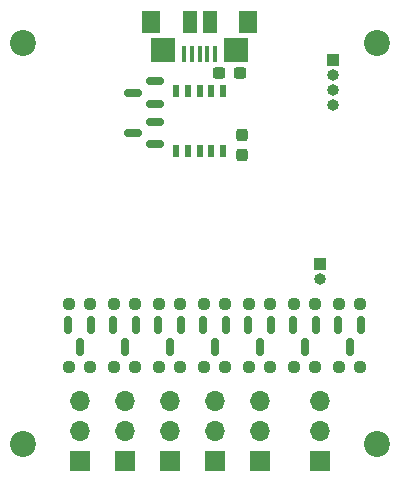
<source format=gbs>
G04 #@! TF.GenerationSoftware,KiCad,Pcbnew,(6.0.1)*
G04 #@! TF.CreationDate,2022-07-28T15:49:31+09:00*
G04 #@! TF.ProjectId,Fc_stm32,46635f73-746d-4333-922e-6b696361645f,rev?*
G04 #@! TF.SameCoordinates,Original*
G04 #@! TF.FileFunction,Soldermask,Bot*
G04 #@! TF.FilePolarity,Negative*
%FSLAX46Y46*%
G04 Gerber Fmt 4.6, Leading zero omitted, Abs format (unit mm)*
G04 Created by KiCad (PCBNEW (6.0.1)) date 2022-07-28 15:49:31*
%MOMM*%
%LPD*%
G01*
G04 APERTURE LIST*
G04 Aperture macros list*
%AMRoundRect*
0 Rectangle with rounded corners*
0 $1 Rounding radius*
0 $2 $3 $4 $5 $6 $7 $8 $9 X,Y pos of 4 corners*
0 Add a 4 corners polygon primitive as box body*
4,1,4,$2,$3,$4,$5,$6,$7,$8,$9,$2,$3,0*
0 Add four circle primitives for the rounded corners*
1,1,$1+$1,$2,$3*
1,1,$1+$1,$4,$5*
1,1,$1+$1,$6,$7*
1,1,$1+$1,$8,$9*
0 Add four rect primitives between the rounded corners*
20,1,$1+$1,$2,$3,$4,$5,0*
20,1,$1+$1,$4,$5,$6,$7,0*
20,1,$1+$1,$6,$7,$8,$9,0*
20,1,$1+$1,$8,$9,$2,$3,0*%
G04 Aperture macros list end*
%ADD10R,1.700000X1.700000*%
%ADD11O,1.700000X1.700000*%
%ADD12R,1.000000X1.000000*%
%ADD13O,1.000000X1.000000*%
%ADD14C,2.200000*%
%ADD15RoundRect,0.237500X0.250000X0.237500X-0.250000X0.237500X-0.250000X-0.237500X0.250000X-0.237500X0*%
%ADD16RoundRect,0.150000X-0.150000X0.587500X-0.150000X-0.587500X0.150000X-0.587500X0.150000X0.587500X0*%
%ADD17RoundRect,0.237500X-0.250000X-0.237500X0.250000X-0.237500X0.250000X0.237500X-0.250000X0.237500X0*%
%ADD18RoundRect,0.237500X0.300000X0.237500X-0.300000X0.237500X-0.300000X-0.237500X0.300000X-0.237500X0*%
%ADD19RoundRect,0.150000X0.587500X0.150000X-0.587500X0.150000X-0.587500X-0.150000X0.587500X-0.150000X0*%
%ADD20R,0.400000X1.350000*%
%ADD21R,2.100000X2.000000*%
%ADD22R,1.600000X1.900000*%
%ADD23R,1.200000X1.900000*%
%ADD24R,0.510000X1.100000*%
%ADD25RoundRect,0.237500X0.237500X-0.300000X0.237500X0.300000X-0.237500X0.300000X-0.237500X-0.300000X0*%
G04 APERTURE END LIST*
D10*
X1270000Y-38466000D03*
D11*
X1270000Y-35926000D03*
X1270000Y-33386000D03*
D12*
X10160000Y-21717000D03*
D13*
X10160000Y-22987000D03*
D10*
X-2540000Y-38466000D03*
D11*
X-2540000Y-35926000D03*
X-2540000Y-33386000D03*
D14*
X-15000000Y-37000000D03*
X-15000000Y-3000000D03*
X15000000Y-3000000D03*
D12*
X11277600Y-4470400D03*
D13*
X11277600Y-5740400D03*
X11277600Y-7010400D03*
X11277600Y-8280400D03*
D10*
X5080000Y-38466000D03*
D11*
X5080000Y-35926000D03*
X5080000Y-33386000D03*
D14*
X15000000Y-37000000D03*
D10*
X10160000Y-38466000D03*
D11*
X10160000Y-35926000D03*
X10160000Y-33386000D03*
D10*
X-6350000Y-38466000D03*
D11*
X-6350000Y-35926000D03*
X-6350000Y-33386000D03*
D10*
X-10160000Y-38466000D03*
D11*
X-10160000Y-35926000D03*
X-10160000Y-33386000D03*
D15*
X-9247500Y-30480000D03*
X-11072500Y-30480000D03*
D16*
X7940000Y-26875500D03*
X9840000Y-26875500D03*
X8890000Y-28750500D03*
D15*
X2182500Y-30480000D03*
X357500Y-30480000D03*
D17*
X7977500Y-25146000D03*
X9802500Y-25146000D03*
D18*
X3402500Y-5588000D03*
X1677500Y-5588000D03*
D17*
X-3452500Y-25146000D03*
X-1627500Y-25146000D03*
D15*
X13612500Y-25146000D03*
X11787500Y-25146000D03*
D17*
X357500Y-25146000D03*
X2182500Y-25146000D03*
D16*
X-3490000Y-26875500D03*
X-1590000Y-26875500D03*
X-2540000Y-28750500D03*
D19*
X-3761500Y-9718000D03*
X-3761500Y-11618000D03*
X-5636500Y-10668000D03*
D16*
X-7300000Y-26875500D03*
X-5400000Y-26875500D03*
X-6350000Y-28750500D03*
D15*
X9802500Y-30480000D03*
X7977500Y-30480000D03*
X-1627500Y-30480000D03*
X-3452500Y-30480000D03*
D16*
X-11110000Y-26875500D03*
X-9210000Y-26875500D03*
X-10160000Y-28750500D03*
D17*
X4167500Y-25146000D03*
X5992500Y-25146000D03*
D16*
X320000Y-26875500D03*
X2220000Y-26875500D03*
X1270000Y-28750500D03*
D19*
X-3761500Y-6289000D03*
X-3761500Y-8189000D03*
X-5636500Y-7239000D03*
D16*
X11750000Y-26875500D03*
X13650000Y-26875500D03*
X12700000Y-28750500D03*
D20*
X1300000Y-3945000D03*
X650000Y-3945000D03*
X0Y-3945000D03*
X-650000Y-3945000D03*
X-1300000Y-3945000D03*
D21*
X-3100000Y-3620000D03*
X3100000Y-3620000D03*
D22*
X4100000Y-1270000D03*
D23*
X850000Y-1270000D03*
X-850000Y-1270000D03*
D22*
X-4100000Y-1270000D03*
D24*
X-2000000Y-7102000D03*
X-1000000Y-7102000D03*
X0Y-7102000D03*
X1000000Y-7102000D03*
X2000000Y-7102000D03*
X2000000Y-12202000D03*
X1000000Y-12202000D03*
X0Y-12202000D03*
X-1000000Y-12202000D03*
X-2000000Y-12202000D03*
D17*
X11787500Y-30480000D03*
X13612500Y-30480000D03*
D15*
X5992500Y-30480000D03*
X4167500Y-30480000D03*
D16*
X4130000Y-26875500D03*
X6030000Y-26875500D03*
X5080000Y-28750500D03*
D17*
X-7262500Y-25146000D03*
X-5437500Y-25146000D03*
X-11072500Y-25146000D03*
X-9247500Y-25146000D03*
D15*
X-5437500Y-30480000D03*
X-7262500Y-30480000D03*
D25*
X3556000Y-12546500D03*
X3556000Y-10821500D03*
M02*

</source>
